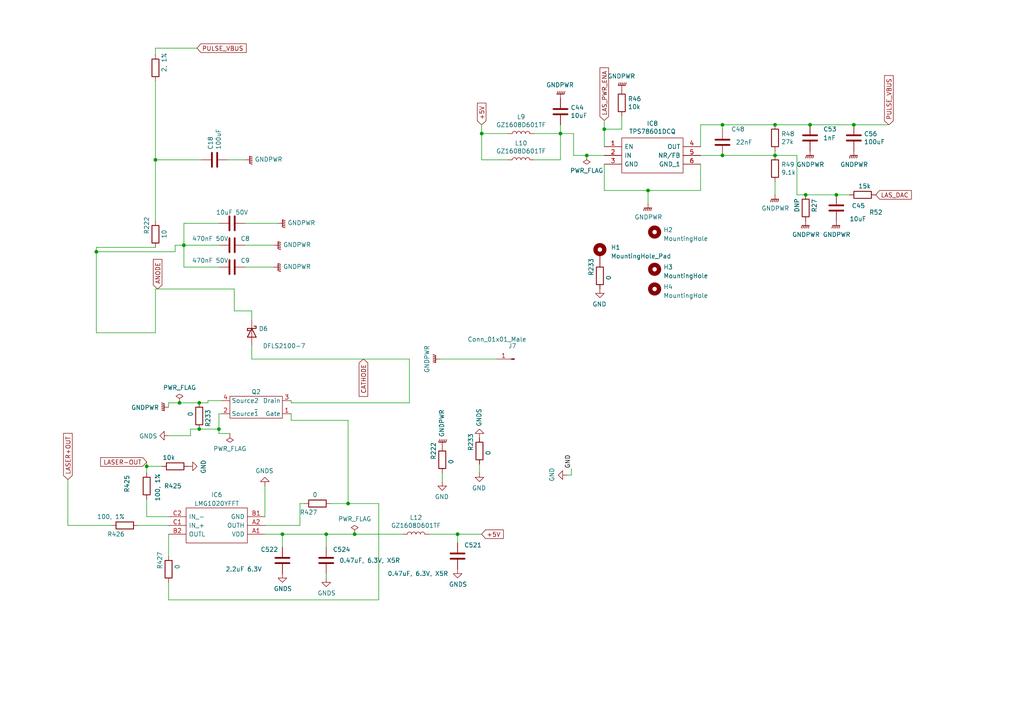
<source format=kicad_sch>
(kicad_sch (version 20230121) (generator eeschema)
  (paper "A4")
  (lib_symbols
    (symbol "Connector:Conn_01x01_Male" (pin_names (offset 1.016) hide)
      (property "Reference" "J" (at 0 2.54 0))
      (property "Value" "Conn_01x01_Male" (at 0 -2.54 0))
      (symbol "Conn_01x01_Male_1_1"
        (polyline (pts (xy 1.27 0) (xy 0.8636 0)) (stroke (width 0.1524)))
        (rectangle (start 0.8636 0.127) (end 0 -0.127) (stroke (width 0.1524)) (fill (type outline)))
        (pin passive line (at 5.08 0 180) (length 3.81) (name "Pin_1") (number "1"))
      )
    )
    (symbol "Device:C" (pin_numbers hide) (pin_names (offset 0.254))
      (property "Reference" "C" (at 0.635 2.54 0))
      (property "Value" "C" (at 0.635 -2.54 0))
      (symbol "C_0_1"
        (polyline (pts (xy -2.032 -0.762) (xy 2.032 -0.762)) (stroke (width 0.508)))
        (polyline (pts (xy -2.032 0.762) (xy 2.032 0.762)) (stroke (width 0.508)))
      )
      (symbol "C_1_1"
        (pin passive line (at 0 3.81 270) (length 2.794) (name "~") (number "1"))
        (pin passive line (at 0 -3.81 90) (length 2.794) (name "~") (number "2"))
      )
    )
    (symbol "Device:D_Schottky" (pin_numbers hide) (pin_names (offset 1.016) hide)
      (property "Reference" "D" (at 0 2.54 0))
      (property "Value" "D_Schottky" (at 0 -2.54 0))
      (symbol "D_Schottky_0_1"
        (polyline (pts (xy 1.27 0) (xy -1.27 0)))
        (polyline (pts (xy 1.27 1.27) (xy 1.27 -1.27) (xy -1.27 0) (xy 1.27 1.27)) (stroke (width 0.254)))
        (polyline (pts (xy -1.905 0.635) (xy -1.905 1.27) (xy -1.27 1.27) (xy -1.27 -1.27) (xy -0.635 -1.27) (xy -0.635 -0.635)) (stroke (width 0.254)))
      )
      (symbol "D_Schottky_1_1"
        (pin passive line (at -3.81 0 0) (length 2.54) (name "K") (number "1"))
        (pin passive line (at 3.81 0 180) (length 2.54) (name "A") (number "2"))
      )
    )
    (symbol "Device:L" (pin_numbers hide) (pin_names (offset 1.016) hide)
      (property "Reference" "L" (at -1.27 0 90))
      (property "Value" "L" (at 1.905 0 90))
      (symbol "L_0_1"
        (arc (start 0 -2.54) (mid 0.6323 -1.905) (end 0 -1.27))
        (arc (start 0 -1.27) (mid 0.6323 -0.635) (end 0 0))
        (arc (start 0 0) (mid 0.6323 0.635) (end 0 1.27))
        (arc (start 0 1.27) (mid 0.6323 1.905) (end 0 2.54))
      )
      (symbol "L_1_1"
        (pin passive line (at 0 3.81 270) (length 1.27) (name "1") (number "1"))
        (pin passive line (at 0 -3.81 90) (length 1.27) (name "2") (number "2"))
      )
    )
    (symbol "Device:R" (pin_numbers hide) (pin_names (offset 0))
      (property "Reference" "R" (at 2.032 0 90))
      (property "Value" "R" (at 0 0 90))
      (symbol "R_0_1"
        (rectangle (start -1.016 -2.54) (end 1.016 2.54) (stroke (width 0.254)))
      )
      (symbol "R_1_1"
        (pin passive line (at 0 3.81 270) (length 1.27) (name "~") (number "1"))
        (pin passive line (at 0 -3.81 90) (length 1.27) (name "~") (number "2"))
      )
    )
    (symbol "Mechanical:MountingHole" (pin_names (offset 1.016))
      (property "Reference" "H" (at 0 5.08 0))
      (property "Value" "MountingHole" (at 0 3.175 0))
      (symbol "MountingHole_0_1"
        (circle (center 0 0) (radius 1.27) (stroke (width 1.27)))
      )
    )
    (symbol "Mechanical:MountingHole_Pad" (pin_numbers hide) (pin_names (offset 1.016) hide)
      (property "Reference" "H" (at 0 6.35 0))
      (property "Value" "MountingHole_Pad" (at 0 4.445 0))
      (symbol "MountingHole_Pad_0_1"
        (circle (center 0 1.27) (radius 1.27) (stroke (width 1.27)))
      )
      (symbol "MountingHole_Pad_1_1"
        (pin input line (at 0 -2.54 90) (length 2.54) (name "1") (number "1"))
      )
    )
    (symbol "TPS78601DCQ:TPS78601DCQ" (pin_names (offset 0.762))
      (property "Reference" "IC" (at 24.13 7.62 0))
      (property "Value" "TPS78601DCQ" (at 24.13 5.08 0))
      (symbol "TPS78601DCQ_0_0"
        (pin bidirectional line (at 0 0 0) (length 5.08) (name "EN") (number "1"))
        (pin power_in line (at 0 -2.54 0) (length 5.08) (name "IN") (number "2"))
        (pin power_in line (at 0 -5.08 0) (length 5.08) (name "GND") (number "3"))
        (pin power_out line (at 27.94 0 180) (length 5.08) (name "OUT") (number "4"))
        (pin bidirectional line (at 27.94 -2.54 180) (length 5.08) (name "NR/FB") (number "5"))
        (pin power_in line (at 27.94 -5.08 180) (length 5.08) (name "GND_1") (number "6"))
      )
      (symbol "TPS78601DCQ_0_1"
        (polyline (pts (xy 5.08 2.54) (xy 22.86 2.54) (xy 22.86 -7.62) (xy 5.08 -7.62) (xy 5.08 2.54)) (stroke (width 0.1524)))
      )
    )
    (symbol "library:EPC2054"
      (property "Reference" "Q" (at 0 6.35 0))
      (symbol "EPC2054_0_1"
        (rectangle (start -7.62 3.81) (end 7.62 -2.54))
      )
      (symbol "EPC2054_1_1"
        (pin input line (at 10.16 -1.27 180) (length 2.54) (name "Gate") (number "1"))
        (pin input line (at -10.16 -1.27 0) (length 2.54) (name "Source1") (number "2"))
        (pin input line (at 10.16 2.54 180) (length 2.54) (name "Drain") (number "3"))
        (pin input line (at -10.16 2.54 0) (length 2.54) (name "Source2") (number "4"))
      )
    )
    (symbol "library:LMG1020YFFT_1" (pin_names (offset 0.762))
      (property "Reference" "IC1" (at -13.97 11.811 0))
      (property "Value" "LMG1020YFFT" (at -13.97 9.4996 0))
      (symbol "LMG1020YFFT_1_0_0"
        (pin power_in line (at 0 0 0) (length 5.08) (name "VDD") (number "A1"))
        (pin bidirectional line (at 0 -2.54 0) (length 5.08) (name "OUTH") (number "A2"))
        (pin power_in line (at 0 -5.08 0) (length 5.08) (name "GND") (number "B1"))
        (pin bidirectional line (at 27.94 0 180) (length 5.08) (name "OUTL") (number "B2"))
        (pin bidirectional line (at 27.94 -2.54 180) (length 5.08) (name "IN_+") (number "C1"))
        (pin bidirectional line (at 27.94 -5.08 180) (length 5.08) (name "IN_-") (number "C2"))
      )
      (symbol "LMG1020YFFT_1_0_1"
        (polyline (pts (xy 5.08 2.54) (xy 22.86 2.54) (xy 22.86 -7.62) (xy 5.08 -7.62) (xy 5.08 2.54)) (stroke (width 0.1524)))
      )
    )
    (symbol "power:GND" (power) (pin_names (offset 0))
      (property "Value" "GND" (at 0 -3.81 0))
      (symbol "GND_0_1"
        (polyline (pts (xy 0 0) (xy 0 -1.27) (xy 1.27 -1.27) (xy 0 -2.54) (xy -1.27 -1.27) (xy 0 -1.27)))
      )
      (symbol "GND_1_1"
        (pin power_in line (at 0 0 270) (length 0) hide (name "GND") (number "1"))
      )
    )
    (symbol "power:GNDPWR" (power) (pin_names (offset 0))
      (property "Value" "GNDPWR" (at 0 -3.302 0))
      (symbol "GNDPWR_0_1"
        (polyline (pts (xy 0 -1.27) (xy 0 0)))
        (polyline (pts (xy -1.016 -1.27) (xy -1.27 -2.032) (xy -1.27 -2.032)) (stroke (width 0.2032)))
        (polyline (pts (xy -0.508 -1.27) (xy -0.762 -2.032) (xy -0.762 -2.032)) (stroke (width 0.2032)))
        (polyline (pts (xy 0 -1.27) (xy -0.254 -2.032) (xy -0.254 -2.032)) (stroke (width 0.2032)))
        (polyline (pts (xy 0.508 -1.27) (xy 0.254 -2.032) (xy 0.254 -2.032)) (stroke (width 0.2032)))
        (polyline (pts (xy 1.016 -1.27) (xy -1.016 -1.27) (xy -1.016 -1.27)) (stroke (width 0.2032)))
        (polyline (pts (xy 1.016 -1.27) (xy 0.762 -2.032) (xy 0.762 -2.032) (xy 0.762 -2.032)) (stroke (width 0.2032)))
      )
      (symbol "GNDPWR_1_1"
        (pin power_in line (at 0 0 270) (length 0) hide (name "GNDPWR") (number "1"))
      )
    )
    (symbol "power:GNDS" (power) (pin_names (offset 0))
      (property "Value" "GNDS" (at 0 -3.81 0))
      (symbol "GNDS_0_1"
        (polyline (pts (xy 0 0) (xy 0 -1.27) (xy 1.27 -1.27) (xy 0 -2.54) (xy -1.27 -1.27) (xy 0 -1.27)))
      )
      (symbol "GNDS_1_1"
        (pin power_in line (at 0 0 270) (length 0) hide (name "GNDS") (number "1"))
      )
    )
    (symbol "power:PWR_FLAG" (power) (pin_numbers hide) (pin_names (offset 0) hide)
      (property "Value" "PWR_FLAG" (at 0 3.81 0))
      (symbol "PWR_FLAG_0_0"
        (pin power_out line (at 0 0 90) (length 0) (name "pwr") (number "1"))
      )
      (symbol "PWR_FLAG_0_1"
        (polyline (pts (xy 0 0) (xy 0 1.27) (xy -1.016 1.905) (xy 0 2.54) (xy 1.016 1.905) (xy 0 1.27)))
      )
    )
  )
  (junction (at 81.915 154.94))
  (junction (at 224.79 36.195))
  (junction (at 224.79 45.085))
  (junction (at 53.34 71.12))
  (junction (at 170.18 45.085))
  (junction (at 175.26 37.465))
  (junction (at 242.57 56.515))
  (junction (at 162.56 38.735))
  (junction (at 233.68 56.515))
  (junction (at 187.96 55.245))
  (junction (at 209.55 36.195))
  (junction (at 94.615 154.94))
  (junction (at 63.5 124.46))
  (junction (at 102.87 154.94))
  (junction (at 132.715 154.94))
  (junction (at 42.545 135.255))
  (junction (at 247.65 36.195))
  (junction (at 139.7 38.735))
  (junction (at 57.785 124.46))
  (junction (at 209.55 45.085))
  (junction (at 45.085 46.355))
  (junction (at 27.94 73.025))
  (junction (at 57.785 116.84))
  (junction (at 234.95 36.195))
  (junction (at 52.07 116.84))
  (junction (at 100.965 146.05))
  (wire (pts (xy 164.465 137.795) (xy 165.735 137.795)))
  (wire (pts (xy 94.615 154.94) (xy 94.615 158.75)))
  (wire (pts (xy 42.545 135.255) (xy 42.545 133.985)))
  (wire (pts (xy 209.55 45.085) (xy 224.79 45.085)))
  (wire (pts (xy 224.79 52.705) (xy 224.79 56.515)))
  (wire (pts (xy 27.94 96.52) (xy 45.085 96.52)))
  (wire (pts (xy 233.68 56.515) (xy 242.57 56.515)))
  (wire (pts (xy 53.34 71.12) (xy 63.5 71.12)))
  (wire (pts (xy 175.26 34.925) (xy 175.26 37.465)))
  (wire (pts (xy 71.12 77.47) (xy 79.375 77.47)))
  (wire (pts (xy 166.37 45.085) (xy 170.18 45.085)))
  (wire (pts (xy 203.2 55.245) (xy 203.2 47.625)))
  (wire (pts (xy 19.685 139.065) (xy 19.685 152.4)))
  (wire (pts (xy 48.895 126.365) (xy 55.245 126.365)))
  (wire (pts (xy 76.835 149.86) (xy 76.835 140.97)))
  (wire (pts (xy 88.265 146.05) (xy 86.995 146.05)))
  (wire (pts (xy 94.615 154.94) (xy 102.87 154.94)))
  (wire (pts (xy 180.34 37.465) (xy 180.34 33.655)))
  (wire (pts (xy 46.99 135.255) (xy 42.545 135.255)))
  (wire (pts (xy 139.7 36.195) (xy 139.7 38.735)))
  (wire (pts (xy 231.14 56.515) (xy 233.68 56.515)))
  (wire (pts (xy 45.085 46.355) (xy 58.42 46.355)))
  (wire (pts (xy 57.785 124.46) (xy 63.5 124.46)))
  (wire (pts (xy 203.2 42.545) (xy 203.2 36.195)))
  (wire (pts (xy 242.57 56.515) (xy 246.38 56.515)))
  (wire (pts (xy 165.735 135.89) (xy 165.735 137.795)))
  (wire (pts (xy 86.995 152.4) (xy 76.835 152.4)))
  (wire (pts (xy 231.14 45.085) (xy 231.14 56.515)))
  (wire (pts (xy 175.26 47.625) (xy 175.26 55.245)))
  (wire (pts (xy 55.245 126.365) (xy 55.245 124.46)))
  (wire (pts (xy 162.56 46.355) (xy 162.56 38.735)))
  (wire (pts (xy 234.95 36.195) (xy 247.65 36.195)))
  (wire (pts (xy 53.34 77.47) (xy 63.5 77.47)))
  (wire (pts (xy 42.545 135.255) (xy 42.545 137.16)))
  (wire (pts (xy 247.65 36.195) (xy 257.81 36.195)))
  (wire (pts (xy 81.915 154.94) (xy 76.835 154.94)))
  (wire (pts (xy 53.34 71.12) (xy 53.34 77.47)))
  (wire (pts (xy 154.94 46.355) (xy 162.56 46.355)))
  (wire (pts (xy 45.085 71.755) (xy 27.94 71.755)))
  (wire (pts (xy 71.12 46.355) (xy 66.04 46.355)))
  (wire (pts (xy 209.55 36.195) (xy 224.79 36.195)))
  (wire (pts (xy 27.94 73.025) (xy 27.94 96.52)))
  (wire (pts (xy 139.7 38.735) (xy 147.32 38.735)))
  (wire (pts (xy 94.615 166.37) (xy 94.615 167.64)))
  (wire (pts (xy 45.085 83.82) (xy 67.945 83.82)))
  (wire (pts (xy 162.56 38.735) (xy 166.37 38.735)))
  (wire (pts (xy 154.94 38.735) (xy 162.56 38.735)))
  (wire (pts (xy 48.895 116.84) (xy 52.07 116.84)))
  (wire (pts (xy 71.12 71.12) (xy 79.375 71.12)))
  (wire (pts (xy 73.025 100.33) (xy 73.025 104.14)))
  (wire (pts (xy 71.12 64.77) (xy 80.645 64.77)))
  (wire (pts (xy 48.895 149.86) (xy 42.545 149.86)))
  (wire (pts (xy 45.085 46.355) (xy 45.085 64.135)))
  (wire (pts (xy 67.945 83.82) (xy 67.945 90.17)))
  (wire (pts (xy 175.26 37.465) (xy 175.26 42.545)))
  (wire (pts (xy 209.55 45.085) (xy 203.2 45.085)))
  (wire (pts (xy 109.855 146.05) (xy 100.965 146.05)))
  (wire (pts (xy 84.455 121.92) (xy 84.455 120.015)))
  (wire (pts (xy 66.675 125.73) (xy 63.5 125.73)))
  (wire (pts (xy 162.56 36.195) (xy 162.56 38.735)))
  (wire (pts (xy 100.965 121.92) (xy 100.965 146.05)))
  (wire (pts (xy 139.7 46.355) (xy 147.32 46.355)))
  (wire (pts (xy 100.965 146.05) (xy 95.885 146.05)))
  (wire (pts (xy 127.635 104.14) (xy 144.145 104.14)))
  (wire (pts (xy 187.96 55.245) (xy 187.96 59.055)))
  (wire (pts (xy 48.895 168.91) (xy 48.895 173.99)))
  (wire (pts (xy 139.7 38.735) (xy 139.7 46.355)))
  (wire (pts (xy 128.27 137.16) (xy 128.27 139.7)))
  (wire (pts (xy 187.96 55.245) (xy 203.2 55.245)))
  (wire (pts (xy 52.07 116.84) (xy 57.785 116.84)))
  (wire (pts (xy 19.685 152.4) (xy 32.385 152.4)))
  (wire (pts (xy 170.18 45.085) (xy 175.26 45.085)))
  (wire (pts (xy 63.5 124.46) (xy 63.5 125.73)))
  (wire (pts (xy 48.895 154.94) (xy 48.895 161.29)))
  (wire (pts (xy 224.79 43.815) (xy 224.79 45.085)))
  (wire (pts (xy 55.245 124.46) (xy 57.785 124.46)))
  (wire (pts (xy 175.26 37.465) (xy 180.34 37.465)))
  (wire (pts (xy 42.545 149.86) (xy 42.545 144.78)))
  (wire (pts (xy 57.785 116.84) (xy 60.325 116.84)))
  (wire (pts (xy 224.79 45.085) (xy 231.14 45.085)))
  (wire (pts (xy 63.5 120.015) (xy 63.5 124.46)))
  (wire (pts (xy 53.34 64.77) (xy 53.34 71.12)))
  (wire (pts (xy 63.5 64.77) (xy 53.34 64.77)))
  (wire (pts (xy 50.8 73.025) (xy 27.94 73.025)))
  (wire (pts (xy 53.34 71.12) (xy 50.8 71.12)))
  (wire (pts (xy 203.2 36.195) (xy 209.55 36.195)))
  (wire (pts (xy 84.455 116.84) (xy 118.745 116.84)))
  (wire (pts (xy 63.5 120.015) (xy 64.135 120.015)))
  (wire (pts (xy 139.065 134.62) (xy 139.065 137.16)))
  (wire (pts (xy 124.46 154.94) (xy 132.715 154.94)))
  (wire (pts (xy 81.915 154.94) (xy 94.615 154.94)))
  (wire (pts (xy 224.79 36.195) (xy 234.95 36.195)))
  (wire (pts (xy 132.715 157.48) (xy 132.715 154.94)))
  (wire (pts (xy 50.8 71.12) (xy 50.8 73.025)))
  (wire (pts (xy 48.895 116.84) (xy 48.895 118.11)))
  (wire (pts (xy 109.855 173.99) (xy 109.855 146.05)))
  (wire (pts (xy 81.915 158.75) (xy 81.915 154.94)))
  (wire (pts (xy 84.455 116.84) (xy 84.455 116.205)))
  (wire (pts (xy 209.55 36.195) (xy 209.55 37.465)))
  (wire (pts (xy 175.26 55.245) (xy 187.96 55.245)))
  (wire (pts (xy 57.15 13.97) (xy 45.085 13.97)))
  (wire (pts (xy 45.085 23.495) (xy 45.085 46.355)))
  (wire (pts (xy 67.945 90.17) (xy 73.025 90.17)))
  (wire (pts (xy 60.325 116.84) (xy 60.325 116.205)))
  (wire (pts (xy 73.025 104.14) (xy 118.745 104.14)))
  (wire (pts (xy 132.715 154.94) (xy 139.7 154.94)))
  (wire (pts (xy 84.455 121.92) (xy 100.965 121.92)))
  (wire (pts (xy 73.025 92.71) (xy 73.025 90.17)))
  (wire (pts (xy 102.87 154.94) (xy 116.84 154.94)))
  (wire (pts (xy 40.005 152.4) (xy 48.895 152.4)))
  (wire (pts (xy 118.745 116.84) (xy 118.745 104.14)))
  (wire (pts (xy 86.995 146.05) (xy 86.995 152.4)))
  (wire (pts (xy 60.325 116.205) (xy 64.135 116.205)))
  (wire (pts (xy 166.37 38.735) (xy 166.37 45.085)))
  (wire (pts (xy 45.085 13.97) (xy 45.085 15.875)))
  (wire (pts (xy 45.085 83.82) (xy 45.085 96.52)))
  (wire (pts (xy 27.94 71.755) (xy 27.94 73.025)))
  (wire (pts (xy 48.895 173.99) (xy 109.855 173.99)))
  (label "GND" (at 165.735 135.89 90))
  (global_label "LASER+OUT" (shape input) (at 19.685 139.065 90) (property "Intersheetrefs" "${INTERSHEET_REFS}" (effects hide)))
  (global_label "ANODE" (shape input) (at 45.72 83.82 90) (property "Intersheetrefs" "${INTERSHEET_REFS}" (effects hide)))
  (global_label "+5V" (shape input) (at 139.7 36.195 90) (property "Intersheetrefs" "${INTERSHEET_REFS}" (effects hide)))
  (global_label "PULSE_VBUS" (shape input) (at 257.81 36.195 90) (property "Intersheetrefs" "${INTERSHEET_REFS}" (effects hide)))
  (global_label "+5V" (shape input) (at 139.7 154.94 0) (property "Intersheetrefs" "${INTERSHEET_REFS}" (effects hide)))
  (global_label "LAS_DAC" (shape input) (at 254 56.515 0) (property "Intersheetrefs" "${INTERSHEET_REFS}" (effects hide)))
  (global_label "CATHODE" (shape input) (at 105.41 104.14 270) (property "Intersheetrefs" "${INTERSHEET_REFS}" (effects hide)))
  (global_label "LASER-OUT" (shape input) (at 42.545 133.985 180) (property "Intersheetrefs" "${INTERSHEET_REFS}" (effects hide)))
  (global_label "LAS_PWR_ENA" (shape input) (at 175.26 34.925 90) (property "Intersheetrefs" "${INTERSHEET_REFS}" (effects hide)))
  (global_label "PULSE_VBUS" (shape input) (at 57.15 13.97 0) (property "Intersheetrefs" "${INTERSHEET_REFS}" (effects hide)))
  (symbol (lib_id "Device:C") (at 94.615 162.56 0) (unit 1)
    (property "Reference" "C524" (at 96.52 159.385 0) (effects (justify left)))
    (property "Value" "0.47uF, 6.3V, X5R" (at 98.425 162.56 0) (effects (justify left)))
    (property "Footprint" "lib_mods:C_0603_1608Metric_u" (effects hide))
    (property "HQ" "CA0001193" (effects hide))
    (property "JLC" "0603" (effects hide))
    (property "LCSC" "C1623" (effects hide))
    (instances (project "artixoptbrd_v1" (path "" (reference "C524") (unit 1))) (project "aobhp" (path "" (reference "C13") (unit 1))) (project "lasertec" (path "" (reference "C524") (unit 1)) (path "" (reference "C37") (unit 1))))
  )
  (symbol (lib_id "Mechanical:MountingHole") (at 189.865 83.82 0) (unit 1)
    (property "Reference" "H4" (at 192.405 83.185 0) (effects (justify left)))
    (property "Value" "MountingHole" (at 192.405 85.725 0) (effects (justify left)))
    (property "Footprint" "MountingHole:MountingHole_3.2mm_M3" (effects hide))
  )
  (symbol (lib_id "power:GNDPWR") (at 48.895 118.11 270) (unit 1)
    (property "Reference" "#PWR02355" (effects hide))
    (property "Value" "GNDPWR" (at 46.1264 118.2116 90) (effects (justify right)))
    (instances (project "artixoptbrd_v1" (path "" (reference "#PWR02355") (unit 1))) (project "aobhp" (path "" (reference "#PWR02") (unit 1))) (project "lasertec" (path "" (reference "#PWR02355") (unit 1)) (path "" (reference "#PWR042") (unit 1))))
  )
  (symbol (lib_id "Mechanical:MountingHole") (at 189.865 67.31 0) (unit 1)
    (property "Reference" "H2" (at 192.405 66.675 0) (effects (justify left)))
    (property "Value" "MountingHole" (at 192.405 69.215 0) (effects (justify left)))
    (property "Footprint" "MountingHole:MountingHole_3.2mm_M3" (effects hide))
  )
  (symbol (lib_id "Device:L") (at 151.13 38.735 90) (unit 1)
    (property "Reference" "L9" (at 151.13 33.909 90))
    (property "Value" "GZ1608D601TF" (at 151.13 36.2204 90))
    (property "Footprint" "Inductor_SMD:L_0603_1608Metric" (effects hide))
    (property "LCSC" "C1002" (effects hide))
    (instances (project "lasertec" (path "" (reference "L9") (unit 1)) (path "" (reference "L4") (unit 1))))
  )
  (symbol (lib_id "Device:C") (at 67.31 64.77 90) (unit 1)
    (property "Reference" "C7" (effects hide))
    (property "Value" "10uF 50V" (at 67.31 61.595 90))
    (property "Footprint" "lib_mods:C_1206_3216Metric_u" (effects hide))
    (property "LCSC" "C13585" (effects hide))
    (instances (project "aobhp" (path "" (reference "C7") (unit 1))) (project "lasertec" (path "" (reference "C7") (unit 1)) (path "" (reference "C32") (unit 1))))
  )
  (symbol (lib_id "power:GNDPWR") (at 247.65 43.815 0) (unit 1)
    (property "Reference" "#PWR0104" (effects hide))
    (property "Value" "GNDPWR" (at 247.7516 47.7266 0))
    (instances (project "lasertec" (path "" (reference "#PWR0104") (unit 1)) (path "" (reference "#PWR079") (unit 1))))
  )
  (symbol (lib_id "power:GNDPWR") (at 80.645 64.77 90) (unit 1)
    (property "Reference" "#PWR02347" (effects hide))
    (property "Value" "GNDPWR" (at 83.3882 64.643 90) (effects (justify right)))
    (instances (project "artixoptbrd_v1" (path "" (reference "#PWR02347") (unit 1))) (project "aobhp" (path "" (reference "#PWR013") (unit 1))) (project "lasertec" (path "" (reference "#PWR02347") (unit 1)) (path "" (reference "#PWR055") (unit 1))))
  )
  (symbol (lib_id "power:GNDS") (at 48.895 126.365 270) (unit 1)
    (property "Reference" "#PWR02360" (effects hide))
    (property "Value" "GNDS" (at 45.6438 126.492 90) (effects (justify right)))
    (instances (project "artixoptbrd_v1" (path "" (reference "#PWR02360") (unit 1))) (project "aobhp" (path "" (reference "#PWR021") (unit 1))) (project "lasertec" (path "" (reference "#PWR02360") (unit 1)) (path "" (reference "#PWR043") (unit 1))))
  )
  (symbol (lib_id "Device:R") (at 45.085 67.945 0) (unit 1)
    (property "Reference" "R222" (at 42.545 67.945 90) (effects (justify left)))
    (property "Value" "10" (at 47.625 69.215 90) (effects (justify left)))
    (property "Footprint" "lib_mods:R_0603_1608Metric_u" (effects hide))
    (property "LCSC" "C22859" (effects hide))
    (instances (project "artixoptbrd_v1" (path "" (reference "R222") (unit 1))) (project "aobhp" (path "" (reference "R8") (unit 1))) (project "lasertec" (path "" (reference "R222") (unit 1)) (path "" (reference "R48") (unit 1))))
  )
  (symbol (lib_id "Device:R") (at 57.785 120.65 180) (unit 1)
    (property "Reference" "R233" (at 60.325 118.745 90) (effects (justify left)))
    (property "Value" "0" (at 55.245 119.38 90) (effects (justify left)))
    (property "Footprint" "lib_mods:R_0603_1608Metric_u" (effects hide))
    (property "LCSC" "C21189" (effects hide))
    (instances (project "artixoptbrd_v1" (path "" (reference "R233") (unit 1))) (project "aobhp" (path "" (reference "R13") (unit 1))) (project "lasertec" (path "" (reference "R233") (unit 1)) (path "" (reference "R51") (unit 1))))
  )
  (symbol (lib_id "Device:R") (at 48.895 165.1 0) (unit 1)
    (property "Reference" "R427" (at 46.355 165.1 90) (effects (justify left)))
    (property "Value" "0" (at 51.435 165.1 90) (effects (justify left)))
    (property "Footprint" "lib_mods:R_0402_1005Metric_u" (effects hide))
    (property "LCSC" "C17168" (effects hide))
    (instances (project "artixoptbrd_v1" (path "" (reference "R427") (unit 1))) (project "aobhp" (path "" (reference "R9") (unit 1))) (project "lasertec" (path "" (reference "R427") (unit 1)) (path "" (reference "R49") (unit 1))))
  )
  (symbol (lib_id "power:GNDPWR") (at 128.27 129.54 180) (unit 1)
    (property "Reference" "#PWR02363" (effects hide))
    (property "Value" "GNDPWR" (at 128.143 126.7968 90) (effects (justify right)))
    (instances (project "artixoptbrd_v1" (path "" (reference "#PWR02363") (unit 1))) (project "aobhp" (path "" (reference "#PWR025") (unit 1))) (project "lasertec" (path "" (reference "#PWR02363") (unit 1)) (path "" (reference "#PWR060") (unit 1))))
  )
  (symbol (lib_id "power:PWR_FLAG") (at 170.18 45.085 180) (unit 1)
    (property "Reference" "#FLG0103" (effects hide))
    (property "Value" "PWR_FLAG" (at 170.18 49.4792 0))
    (instances (project "lasertec" (path "" (reference "#FLG0103") (unit 1)) (path "" (reference "#FLG05") (unit 1))))
  )
  (symbol (lib_id "power:GNDPWR") (at 79.375 71.12 90) (unit 1)
    (property "Reference" "#PWR02347" (effects hide))
    (property "Value" "GNDPWR" (at 82.1182 70.993 90) (effects (justify right)))
    (instances (project "artixoptbrd_v1" (path "" (reference "#PWR02347") (unit 1))) (project "aobhp" (path "" (reference "#PWR011") (unit 1))) (project "lasertec" (path "" (reference "#PWR02347") (unit 1)) (path "" (reference "#PWR053") (unit 1))))
  )
  (symbol (lib_id "Mechanical:MountingHole_Pad") (at 173.99 73.66 0) (unit 1)
    (property "Reference" "H1" (at 177.165 71.755 0) (effects (justify left)))
    (property "Value" "MountingHole_Pad" (at 177.165 74.295 0) (effects (justify left)))
    (property "Footprint" "MountingHole:MountingHole_3.2mm_M3_DIN965_Pad" (effects hide))
  )
  (symbol (lib_id "Device:C") (at 81.915 162.56 0) (unit 1)
    (property "Reference" "C522" (at 75.565 159.385 0) (effects (justify left)))
    (property "Value" "2.2uF 6.3V" (at 65.405 165.1 0) (effects (justify left)))
    (property "Footprint" "lib_mods:C_0603_1608Metric_u" (effects hide))
    (property "HQ" "CA0137219" (effects hide))
    (property "JLC" "0603" (effects hide))
    (property "LCSC" "C23630" (effects hide))
    (instances (project "artixoptbrd_v1" (path "" (reference "C522") (unit 1))) (project "aobhp" (path "" (reference "C11") (unit 1))) (project "lasertec" (path "" (reference "C522") (unit 1)) (path "" (reference "C36") (unit 1))))
  )
  (symbol (lib_id "Device:C") (at 234.95 40.005 0) (unit 1)
    (property "Reference" "C53" (at 238.76 37.465 0) (effects (justify left)))
    (property "Value" "1nF" (at 238.76 40.005 0) (effects (justify left)))
    (property "Footprint" "lib_mods:C_0603_1608Metric_u" (effects hide))
    (property "LCSC" "C1588" (effects hide))
    (instances (project "lasertec" (path "" (reference "C53") (unit 1)) (path "" (reference "C42") (unit 1))))
  )
  (symbol (lib_id "power:GND") (at 128.27 139.7 0) (mirror y) (unit 1)
    (property "Reference" "#PWR02364" (effects hide))
    (property "Value" "GND" (at 128.143 144.0942 0))
    (instances (project "artixoptbrd_v1" (path "" (reference "#PWR02364") (unit 1))) (project "aobhp" (path "" (reference "#PWR026") (unit 1))) (project "lasertec" (path "" (reference "#PWR02364") (unit 1)) (path "" (reference "#PWR061") (unit 1))))
  )
  (symbol (lib_id "power:GNDPWR") (at 242.57 64.135 0) (unit 1)
    (property "Reference" "#PWR059" (effects hide))
    (property "Value" "GNDPWR" (at 242.6716 68.0466 0))
    (instances (project "lasertec" (path "" (reference "#PWR059") (unit 1)) (path "" (reference "#PWR029") (unit 1))))
  )
  (symbol (lib_id "Device:R") (at 45.085 19.685 0) (unit 1)
    (property "Reference" "R239" (effects hide))
    (property "Value" "2, 1%" (at 47.625 20.955 90) (effects (justify left)))
    (property "Footprint" "lib_mods:R_0805_2012Metric_u" (effects hide))
    (property "JLC" "0805" (effects hide))
    (property "LCSC" "C17606" (effects hide))
    (instances (project "artixoptbrd_v1" (path "" (reference "R239") (unit 1))) (project "aobhp" (path "" (reference "R7") (unit 1))) (project "lasertec" (path "" (reference "R239") (unit 1)) (path "" (reference "R47") (unit 1))))
  )
  (symbol (lib_id "Device:R") (at 224.79 48.895 0) (unit 1)
    (property "Reference" "R49" (at 226.568 47.7266 0) (effects (justify left)))
    (property "Value" "9.1k" (at 226.568 50.038 0) (effects (justify left)))
    (property "Footprint" "lib_mods:R_0603_1608Metric_u" (effects hide))
    (property "LCSC" "C23260" (effects hide))
    (instances (project "lasertec" (path "" (reference "R49") (unit 1)) (path "" (reference "R58") (unit 1))))
  )
  (symbol (lib_id "Device:R") (at 50.8 135.255 90) (unit 1)
    (property "Reference" "R425" (at 52.705 140.97 90) (effects (justify left)))
    (property "Value" "10k" (at 50.8 132.715 90) (effects (justify left)))
    (property "Footprint" "lib_mods:R_0603_1608Metric_u" (effects hide))
    (property "LCSC" "C25804" (effects hide))
    (instances (project "artixoptbrd_v1" (path "" (reference "R425") (unit 1))) (project "aobhp" (path "" (reference "R10") (unit 1))) (project "lasertec" (path "" (reference "R425") (unit 1)) (path "" (reference "R50") (unit 1))))
  )
  (symbol (lib_id "Device:C") (at 67.31 77.47 90) (unit 1)
    (property "Reference" "C9" (at 71.12 75.565 90))
    (property "Value" "470nF 50V" (at 60.96 75.565 90))
    (property "Footprint" "lib_mods:C_0805_2012Metric_u" (effects hide))
    (property "LCSC" "C13967" (effects hide))
    (instances (project "aobhp" (path "" (reference "C9") (unit 1))) (project "lasertec" (path "" (reference "C9") (unit 1)) (path "" (reference "C34") (unit 1))))
  )
  (symbol (lib_id "power:PWR_FLAG") (at 102.87 154.94 0) (unit 1)
    (property "Reference" "#U02001" (effects hide))
    (property "Value" "PWR_FLAG" (at 102.87 150.5204 0))
    (instances (project "artixoptbrd_v1" (path "" (reference "#U02001") (unit 1))) (project "aobhp" (path "" (reference "#U05") (unit 1))) (project "lasertec" (path "" (reference "#U02001") (unit 1)) (path "" (reference "#U03") (unit 1))))
  )
  (symbol (lib_id "power:GNDPWR") (at 71.12 46.355 90) (unit 1)
    (property "Reference" "#PWR02347" (effects hide))
    (property "Value" "GNDPWR" (at 73.8632 46.228 90) (effects (justify right)))
    (instances (project "artixoptbrd_v1" (path "" (reference "#PWR02347") (unit 1))) (project "aobhp" (path "" (reference "#PWR013") (unit 1))) (project "lasertec" (path "" (reference "#PWR02347") (unit 1)) (path "" (reference "#PWR046") (unit 1))))
  )
  (symbol (lib_id "Device:R") (at 36.195 152.4 90) (unit 1)
    (property "Reference" "R426" (at 36.195 154.94 90) (effects (justify left)))
    (property "Value" "100, 1%" (at 36.195 149.86 90) (effects (justify left)))
    (property "Footprint" "lib_mods:R_0603_1608Metric_u" (effects hide))
    (property "JLC" "0603" (effects hide))
    (property "LCSC" "C22775" (effects hide))
    (instances (project "artixoptbrd_v1" (path "" (reference "R426") (unit 1))) (project "aobhp" (path "" (reference "R3") (unit 1))) (project "lasertec" (path "" (reference "R426") (unit 1)) (path "" (reference "R45") (unit 1))))
  )
  (symbol (lib_id "Device:C") (at 67.31 71.12 90) (unit 1)
    (property "Reference" "C8" (at 71.12 69.215 90))
    (property "Value" "470nF 50V" (at 60.96 69.215 90))
    (property "Footprint" "lib_mods:C_0805_2012Metric_u" (effects hide))
    (property "LCSC" "C13967" (effects hide))
    (instances (project "aobhp" (path "" (reference "C8") (unit 1))) (project "lasertec" (path "" (reference "C8") (unit 1)) (path "" (reference "C33") (unit 1))))
  )
  (symbol (lib_id "Device:C") (at 247.65 40.005 0) (unit 1)
    (property "Reference" "C56" (at 250.571 38.8366 0) (effects (justify left)))
    (property "Value" "100uF" (at 250.571 41.148 0) (effects (justify left)))
    (property "Footprint" "lib_mods:C_1206_3216Metric_u" (effects hide))
    (property "LCSC" "C15008" (effects hide))
    (instances (project "lasertec" (path "" (reference "C56") (unit 1)) (path "" (reference "C44") (unit 1))))
  )
  (symbol (lib_id "power:GNDPWR") (at 233.68 64.135 0) (unit 1)
    (property "Reference" "#PWR059" (effects hide))
    (property "Value" "GNDPWR" (at 233.7816 68.0466 0))
    (instances (project "lasertec" (path "" (reference "#PWR059") (unit 1)) (path "" (reference "#PWR076") (unit 1))))
  )
  (symbol (lib_id "Device:R") (at 42.545 140.97 0) (unit 1)
    (property "Reference" "R425" (at 36.83 142.875 90) (effects (justify left)))
    (property "Value" "100, 1%" (at 45.72 145.415 90) (effects (justify left)))
    (property "Footprint" "lib_mods:R_0603_1608Metric_u" (effects hide))
    (property "JLC" "0603" (effects hide))
    (property "LCSC" "C22775" (effects hide))
    (instances (project "artixoptbrd_v1" (path "" (reference "R425") (unit 1))) (project "aobhp" (path "" (reference "R6") (unit 1))) (project "lasertec" (path "" (reference "R425") (unit 1)) (path "" (reference "R46") (unit 1))))
  )
  (symbol (lib_id "Device:C") (at 162.56 32.385 0) (unit 1)
    (property "Reference" "C44" (at 165.481 31.2166 0) (effects (justify left)))
    (property "Value" "10uF" (at 165.481 33.528 0) (effects (justify left)))
    (property "Footprint" "lib_mods:C_0603_1608Metric_u" (effects hide))
    (property "LCSC" "C19702" (effects hide))
    (instances (project "lasertec" (path "" (reference "C44") (unit 1)) (path "" (reference "C40") (unit 1))))
  )
  (symbol (lib_id "Device:C") (at 242.57 60.325 0) (unit 1)
    (property "Reference" "C45" (at 247.015 59.69 0) (effects (justify left)))
    (property "Value" "10uF" (at 246.38 63.5 0) (effects (justify left)))
    (property "Footprint" "lib_mods:C_0603_1608Metric_u" (effects hide))
    (property "LCSC" "C19702" (effects hide))
    (instances (project "lasertec" (path "" (reference "C45") (unit 1)) (path "" (reference "C43") (unit 1))))
  )
  (symbol (lib_id "power:PWR_FLAG") (at 52.07 116.84 0) (unit 1)
    (property "Reference" "#U02001" (effects hide))
    (property "Value" "PWR_FLAG" (at 52.07 112.4204 0))
    (instances (project "artixoptbrd_v1" (path "" (reference "#U02001") (unit 1))) (project "aobhp" (path "" (reference "#U04") (unit 1))) (project "lasertec" (path "" (reference "#U02001") (unit 1)) (path "" (reference "#U01") (unit 1))))
  )
  (symbol (lib_id "power:GNDPWR") (at 162.56 28.575 180) (unit 1)
    (property "Reference" "#PWR086" (effects hide))
    (property "Value" "GNDPWR" (at 162.433 24.638 0))
    (instances (project "lasertec" (path "" (reference "#PWR086") (unit 1)) (path "" (reference "#PWR068") (unit 1))))
  )
  (symbol (lib_id "power:PWR_FLAG") (at 66.675 125.73 180) (unit 1)
    (property "Reference" "#U02001" (effects hide))
    (property "Value" "PWR_FLAG" (at 66.675 130.1496 0))
    (instances (project "artixoptbrd_v1" (path "" (reference "#U02001") (unit 1))) (project "aobhp" (path "" (reference "#U02") (unit 1))) (project "lasertec" (path "" (reference "#U02001") (unit 1)) (path "" (reference "#U02") (unit 1))))
  )
  (symbol (lib_id "power:GNDS") (at 81.915 166.37 0) (unit 1)
    (property "Reference" "#PWR02357" (effects hide))
    (property "Value" "GNDS" (at 82.042 170.7642 0))
    (instances (project "artixoptbrd_v1" (path "" (reference "#PWR02357") (unit 1))) (project "aobhp" (path "" (reference "#PWR014") (unit 1))) (project "lasertec" (path "" (reference "#PWR02357") (unit 1)) (path "" (reference "#PWR056") (unit 1))))
  )
  (symbol (lib_id "power:GNDS") (at 139.065 127 180) (unit 1)
    (property "Reference" "#PWR02365" (effects hide))
    (property "Value" "GNDS" (at 138.938 123.7488 90) (effects (justify right)))
    (instances (project "artixoptbrd_v1" (path "" (reference "#PWR02365") (unit 1))) (project "aobhp" (path "" (reference "#PWR029") (unit 1))) (project "lasertec" (path "" (reference "#PWR02365") (unit 1)) (path "" (reference "#PWR065") (unit 1))))
  )
  (symbol (lib_id "power:GNDPWR") (at 79.375 77.47 90) (unit 1)
    (property "Reference" "#PWR02347" (effects hide))
    (property "Value" "GNDPWR" (at 82.1182 77.343 90) (effects (justify right)))
    (instances (project "artixoptbrd_v1" (path "" (reference "#PWR02347") (unit 1))) (project "aobhp" (path "" (reference "#PWR012") (unit 1))) (project "lasertec" (path "" (reference "#PWR02347") (unit 1)) (path "" (reference "#PWR054") (unit 1))))
  )
  (symbol (lib_id "Device:R") (at 139.065 130.81 0) (unit 1)
    (property "Reference" "R233" (at 136.525 130.81 90) (effects (justify left)))
    (property "Value" "0" (at 141.605 132.08 90) (effects (justify left)))
    (property "Footprint" "lib_mods:R_0603_1608Metric_u" (effects hide))
    (property "LCSC" "C21189" (effects hide))
    (instances (project "artixoptbrd_v1" (path "" (reference "R233") (unit 1))) (project "aobhp" (path "" (reference "R18") (unit 1))) (project "lasertec" (path "" (reference "R233") (unit 1)) (path "" (reference "R54") (unit 1))))
  )
  (symbol (lib_id "power:GND") (at 54.61 135.255 90) (mirror x) (unit 1)
    (property "Reference" "#PWR02364" (effects hide))
    (property "Value" "GND" (at 59.0042 135.382 0))
    (instances (project "artixoptbrd_v1" (path "" (reference "#PWR02364") (unit 1))) (project "aobhp" (path "" (reference "#PWR058") (unit 1))) (project "lasertec" (path "" (reference "#PWR02364") (unit 1)) (path "" (reference "#PWR044") (unit 1))))
  )
  (symbol (lib_id "power:GND") (at 139.065 137.16 0) (mirror y) (unit 1)
    (property "Reference" "#PWR02366" (effects hide))
    (property "Value" "GND" (at 138.938 141.5542 0))
    (instances (project "artixoptbrd_v1" (path "" (reference "#PWR02366") (unit 1))) (project "aobhp" (path "" (reference "#PWR030") (unit 1))) (project "lasertec" (path "" (reference "#PWR02366") (unit 1)) (path "" (reference "#PWR066") (unit 1))))
  )
  (symbol (lib_id "power:GNDS") (at 132.715 165.1 0) (unit 1)
    (property "Reference" "#PWR02362" (effects hide))
    (property "Value" "GNDS" (at 132.842 169.4942 0))
    (instances (project "artixoptbrd_v1" (path "" (reference "#PWR02362") (unit 1))) (project "aobhp" (path "" (reference "#PWR028") (unit 1))) (project "lasertec" (path "" (reference "#PWR02362") (unit 1)) (path "" (reference "#PWR062") (unit 1))))
  )
  (symbol (lib_id "TPS78601DCQ:TPS78601DCQ") (at 175.26 42.545 0) (unit 1)
    (property "Reference" "IC8" (at 189.23 35.814 0))
    (property "Value" "TPS78601DCQ" (at 189.23 38.1254 0))
    (property "Footprint" "TPS78601DCQ:SOT127P706X180-6N" (effects hide))
    (property "Datasheet" "http://www.ti.com/lit/ds/symlink/tps78601.pdf" (effects hide))
    (property "Description" "Linear voltage regulatorTPS78601DCQ 5.5V TPS78601DCQ, Low Dropout Voltage Regulator, Adjustable 1.5A, 1.2  5.5 V +/-3%, 6-Pin SOT-223" (effects hide))
    (property "Height" "1.8" (effects hide))
    (property "Manufacturer_Name" "Texas Instruments" (effects hide))
    (property "Manufacturer_Part_Number" "TPS78601DCQ" (effects hide))
    (property "Mouser Part Number" "595-TPS78601DCQ" (effects hide))
    (property "Mouser Price/Stock" "https://www.mouser.com/Search/Refine.aspx?Keyword=595-TPS78601DCQ" (effects hide))
    (property "RS Part Number" "4624177P" (effects hide))
    (property "RS Price/Stock" "http://uk.rs-online.com/web/p/products/4624177P" (effects hide))
    (property "LCSC" "C46697" (effects hide))
    (instances (project "lasertec" (path "" (reference "IC8") (unit 1)) (path "" (reference "IC2") (unit 1))))
  )
  (symbol (lib_id "power:GND") (at 173.99 83.82 0) (mirror y) (unit 1)
    (property "Reference" "#PWR03028" (effects hide))
    (property "Value" "GND" (at 173.863 88.2142 0))
    (instances (project "artixoptbrd_v1" (path "" (reference "#PWR03028") (unit 1))) (project "aobhp" (path "" (reference "#PWR040") (unit 1))) (project "lasertec" (path "" (reference "#PWR03028") (unit 1)) (path "" (reference "#PWR070") (unit 1))))
  )
  (symbol (lib_id "Device:L") (at 151.13 46.355 90) (unit 1)
    (property "Reference" "L10" (at 151.13 41.529 90))
    (property "Value" "GZ1608D601TF" (at 151.13 43.8404 90))
    (property "Footprint" "Inductor_SMD:L_0603_1608Metric" (effects hide))
    (property "LCSC" "C1002" (effects hide))
    (instances (project "lasertec" (path "" (reference "L10") (unit 1)) (path "" (reference "L5") (unit 1))))
  )
  (symbol (lib_id "Mechanical:MountingHole") (at 189.865 78.105 0) (unit 1)
    (property "Reference" "H3" (at 192.405 77.47 0) (effects (justify left)))
    (property "Value" "MountingHole" (at 192.405 80.01 0) (effects (justify left)))
    (property "Footprint" "MountingHole:MountingHole_3.2mm_M3" (effects hide))
  )
  (symbol (lib_id "Connector:Conn_01x01_Male") (at 149.225 104.14 180) (unit 1)
    (property "Reference" "J7" (at 148.59 100.33 0))
    (property "Value" "Conn_01x01_Male" (at 144.145 98.425 0))
    (property "Footprint" "lib_mods:APD_LASER_COAX_3_ONLY_GROUND" (effects hide))
  )
  (symbol (lib_id "Device:R") (at 92.075 146.05 90) (unit 1)
    (property "Reference" "R427" (at 92.075 148.59 90) (effects (justify left)))
    (property "Value" "0" (at 92.075 143.51 90) (effects (justify left)))
    (property "Footprint" "lib_mods:R_0402_1005Metric_u" (effects hide))
    (property "LCSC" "C17168" (effects hide))
    (instances (project "artixoptbrd_v1" (path "" (reference "R427") (unit 1))) (project "aobhp" (path "" (reference "R9") (unit 1))) (project "lasertec" (path "" (reference "R427") (unit 1)) (path "" (reference "R26") (unit 1))))
  )
  (symbol (lib_id "Device:R") (at 224.79 40.005 0) (unit 1)
    (property "Reference" "R48" (at 226.568 38.8366 0) (effects (justify left)))
    (property "Value" "27k" (at 226.568 41.148 0) (effects (justify left)))
    (property "Footprint" "lib_mods:R_0603_1608Metric_u" (effects hide))
    (property "LCSC" "C22967" (effects hide))
    (instances (project "lasertec" (path "" (reference "R48") (unit 1)) (path "" (reference "R57") (unit 1))))
  )
  (symbol (lib_id "power:GNDS") (at 94.615 167.64 0) (unit 1)
    (property "Reference" "#PWR02358" (effects hide))
    (property "Value" "GNDS" (at 94.742 172.0342 0))
    (instances (project "artixoptbrd_v1" (path "" (reference "#PWR02358") (unit 1))) (project "aobhp" (path "" (reference "#PWR017") (unit 1))) (project "lasertec" (path "" (reference "#PWR02358") (unit 1)) (path "" (reference "#PWR057") (unit 1))))
  )
  (symbol (lib_id "power:GNDPWR") (at 127.635 104.14 270) (unit 1)
    (property "Reference" "#PWR02361" (effects hide))
    (property "Value" "GNDPWR" (at 123.825 104.14 0))
    (instances (project "artixoptbrd_v1" (path "" (reference "#PWR02361") (unit 1))) (project "aobhp" (path "" (reference "#PWR024") (unit 1))) (project "lasertec" (path "" (reference "#PWR02361") (unit 1)) (path "" (reference "#PWR059") (unit 1))))
  )
  (symbol (lib_id "Device:R") (at 128.27 133.35 0) (unit 1)
    (property "Reference" "R222" (at 125.73 133.35 90) (effects (justify left)))
    (property "Value" "0" (at 130.81 134.62 90) (effects (justify left)))
    (property "Footprint" "lib_mods:R_0603_1608Metric_u" (effects hide))
    (property "LCSC" "C21189" (effects hide))
    (instances (project "artixoptbrd_v1" (path "" (reference "R222") (unit 1))) (project "aobhp" (path "" (reference "R17") (unit 1))) (project "lasertec" (path "" (reference "R222") (unit 1)) (path "" (reference "R53") (unit 1))))
  )
  (symbol (lib_id "library:LMG1020YFFT_1") (at 76.835 154.94 180) (unit 1)
    (property "Reference" "IC6" (at 62.865 143.51 0))
    (property "Value" "LMG1020YFFT" (at 62.865 146.05 0))
    (property "Footprint" "lib_mods:BGA6C40P2X3_86X126X62" (effects hide))
    (property "Datasheet" "http://www.ti.com/lit/ds/snosd45/snosd45.pdf" (effects hide))
    (property "Height" "0.625" (effects hide))
    (property "Description" "DIE SIZE BALL GRID ARRAY LMG1020 5-V, 7-A, 5-A Low-Side GaN Driver With 60-MHz, 1-ns Speed" (effects hide))
    (property "Manufacturer_Name" "Texas Instruments" (effects hide))
    (property "Manufacturer_Part_Number" "LMG1020YFFT" (effects hide))
    (property "Mouser Part Number" "595-LMG1020YFFT" (effects hide))
    (property "Mouser Price/Stock" "https://www.mouser.com/Search/Refine.aspx?Keyword=595-LMG1020YFFT" (effects hide))
    (property "LCSC" "C506817" (effects hide))
  )
  (symbol (lib_id "power:GNDPWR") (at 234.95 43.815 0) (unit 1)
    (property "Reference" "#PWR0101" (effects hide))
    (property "Value" "GNDPWR" (at 235.0516 47.7266 0))
    (instances (project "lasertec" (path "" (reference "#PWR0101") (unit 1)) (path "" (reference "#PWR077") (unit 1))))
  )
  (symbol (lib_id "power:GNDS") (at 76.835 140.97 180) (unit 1)
    (property "Reference" "#PWR02356" (effects hide))
    (property "Value" "GNDS" (at 76.708 136.5758 0))
    (instances (project "artixoptbrd_v1" (path "" (reference "#PWR02356") (unit 1))) (project "aobhp" (path "" (reference "#PWR09") (unit 1))) (project "lasertec" (path "" (reference "#PWR02356") (unit 1)) (path "" (reference "#PWR051") (unit 1))))
  )
  (symbol (lib_id "Device:R") (at 250.19 56.515 270) (unit 1)
    (property "Reference" "R52" (at 252.095 61.595 90) (effects (justify left)))
    (property "Value" "15k" (at 248.92 53.975 90) (effects (justify left)))
    (property "Footprint" "lib_mods:R_0603_1608Metric_u" (effects hide))
    (property "LCSC" "C22809" (effects hide))
    (instances (project "lasertec" (path "" (reference "R52") (unit 1)) (path "" (reference "R60") (unit 1))))
  )
  (symbol (lib_id "Device:R") (at 180.34 29.845 0) (unit 1)
    (property "Reference" "R46" (at 182.118 28.6766 0) (effects (justify left)))
    (property "Value" "10k" (at 182.118 30.988 0) (effects (justify left)))
    (property "Footprint" "lib_mods:R_0603_1608Metric_u" (effects hide))
    (property "LCSC" "C25804" (effects hide))
    (instances (project "lasertec" (path "" (reference "R46") (unit 1)) (path "" (reference "R56") (unit 1))))
  )
  (symbol (lib_id "Device:C") (at 62.23 46.355 90) (unit 1)
    (property "Reference" "C18" (at 61.0616 43.434 0) (effects (justify left)))
    (property "Value" "100uF" (at 63.373 43.434 0) (effects (justify left)))
    (property "Footprint" "lib_mods:C_1206_3216Metric_u" (effects hide))
    (property "LCSC" "C15008" (effects hide))
    (instances (project "lasertec" (path "" (reference "C18") (unit 1)) (path "" (reference "C26") (unit 1)) (path "" (reference "C27") (unit 1))))
  )
  (symbol (lib_id "library:EPC2054") (at 74.295 118.745 0) (unit 1)
    (property "Reference" "Q2" (at 74.295 113.665 0))
    (property "Value" "~" (at 74.295 118.745 0))
    (property "Footprint" "lib_mods:EPC2054" (effects hide))
    (property "LCSC" "C3277828" (effects hide))
    (instances (project "aobhp" (path "" (reference "Q2") (unit 1))) (project "lasertec" (path "" (reference "Q2") (unit 1)) (path "" (reference "Q4") (unit 1))))
  )
  (symbol (lib_id "power:GNDPWR") (at 180.34 26.035 180) (unit 1)
    (property "Reference" "#PWR091" (effects hide))
    (property "Value" "GNDPWR" (at 180.213 22.098 0))
    (instances (project "lasertec" (path "" (reference "#PWR091") (unit 1)) (path "" (reference "#PWR071") (unit 1))))
  )
  (symbol (lib_id "power:GNDPWR") (at 187.96 59.055 0) (unit 1)
    (property "Reference" "#PWR094" (effects hide))
    (property "Value" "GNDPWR" (at 188.0616 62.9666 0))
    (instances (project "lasertec" (path "" (reference "#PWR094") (unit 1)) (path "" (reference "#PWR072") (unit 1))))
  )
  (symbol (lib_id "power:GND") (at 164.465 137.795 270) (mirror x) (unit 1)
    (property "Reference" "#PWR02366" (effects hide))
    (property "Value" "GND" (at 160.0708 137.668 0))
    (instances (project "artixoptbrd_v1" (path "" (reference "#PWR02366") (unit 1))) (project "aobhp" (path "" (reference "#PWR056") (unit 1))) (project "lasertec" (path "" (reference "#PWR02366") (unit 1)) (path "" (reference "#PWR064") (unit 1))))
  )
  (symbol (lib_id "Device:C") (at 209.55 41.275 0) (unit 1)
    (property "Reference" "C48" (at 212.09 37.465 0) (effects (justify left)))
    (property "Value" "22nF" (at 213.36 41.275 0) (effects (justify left)))
    (property "Footprint" "lib_mods:C_0603_1608Metric_u" (effects hide))
    (property "LCSC" "C21122" (effects hide))
    (instances (project "lasertec" (path "" (reference "C48") (unit 1)) (path "" (reference "C41") (unit 1))))
  )
  (symbol (lib_id "Device:D_Schottky") (at 73.025 96.52 270) (unit 1)
    (property "Reference" "D6" (at 75.0316 95.3516 90) (effects (justify left)))
    (property "Value" "DFLS2100-7" (at 76.2 100.33 90) (effects (justify left)))
    (property "Footprint" "Diode_SMD:D_SOD-123" (effects hide))
    (property "LCSC" "C8598" (effects hide))
    (instances (project "artixoptbrd_v1" (path "" (reference "D6") (unit 1))) (project "aobhp" (path "" (reference "D1") (unit 1))) (project "lasertec" (path "" (reference "D6") (unit 1)) (path "" (reference "D1") (unit 1))))
  )
  (symbol (lib_id "Device:R") (at 173.99 80.01 0) (unit 1)
    (property "Reference" "R233" (at 171.45 80.01 90) (effects (justify left)))
    (property "Value" "0" (at 176.53 81.28 90) (effects (justify left)))
    (property "Footprint" "lib_mods:R_0603_1608Metric_u" (effects hide))
    (property "LCSC" "C21189" (effects hide))
    (instances (project "artixoptbrd_v1" (path "" (reference "R233") (unit 1))) (project "aobhp" (path "" (reference "R20") (unit 1))) (project "lasertec" (path "" (reference "R233") (unit 1)) (path "" (reference "R55") (unit 1))))
  )
  (symbol (lib_id "Device:R") (at 233.68 60.325 0) (unit 1)
    (property "Reference" "R27" (at 236.22 61.595 90) (effects (justify left)))
    (property "Value" "DNP" (at 231.14 61.595 90) (effects (justify left)))
    (property "Footprint" "lib_mods:R_0603_1608Metric_u" (effects hide))
    (instances (project "lasertec" (path "" (reference "R27") (unit 1)) (path "" (reference "R59") (unit 1))))
  )
  (symbol (lib_id "power:GNDPWR") (at 224.79 56.515 0) (unit 1)
    (property "Reference" "#PWR097" (effects hide))
    (property "Value" "GNDPWR" (at 224.8916 60.4266 0))
    (instances (project "lasertec" (path "" (reference "#PWR097") (unit 1)) (path "" (reference "#PWR075") (unit 1))))
  )
  (symbol (lib_id "Device:L") (at 120.65 154.94 90) (unit 1)
    (property "Reference" "L12" (at 120.65 150.114 90))
    (property "Value" "GZ1608D601TF" (at 120.65 152.4254 90))
    (property "Footprint" "Inductor_SMD:L_0603_1608Metric" (effects hide))
    (property "LCSC" "C1002" (effects hide))
    (instances (project "lasertec" (path "" (reference "L12") (unit 1)) (path "" (reference "L17") (unit 1))))
  )
  (symbol (lib_id "Device:C") (at 132.715 161.29 0) (unit 1)
    (property "Reference" "C521" (at 134.62 158.115 0) (effects (justify left)))
    (property "Value" "0.47uF, 6.3V, X5R" (at 112.395 166.37 0) (effects (justify left)))
    (property "Footprint" "lib_mods:C_0603_1608Metric_u" (effects hide))
    (property "HQ" "CA0001193" (effects hide))
    (property "JLC" "0603" (effects hide))
    (property "LCSC" "C1623" (effects hide))
    (instances (project "artixoptbrd_v1" (path "" (reference "C521") (unit 1))) (project "aobhp" (path "" (reference "C17") (unit 1))) (project "lasertec" (path "" (reference "C521") (unit 1)) (path "" (reference "C39") (unit 1))))
  )
)
</source>
